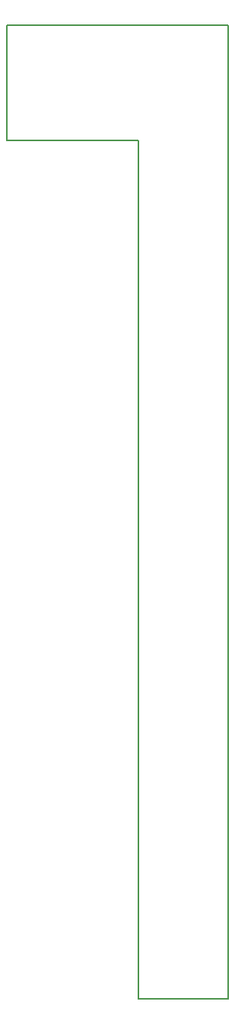
<source format=gbr>
G04 #@! TF.FileFunction,Profile,NP*
%FSLAX46Y46*%
G04 Gerber Fmt 4.6, Leading zero omitted, Abs format (unit mm)*
G04 Created by KiCad (PCBNEW 4.0.6) date 2018 April 17, Tuesday 13:37:15*
%MOMM*%
%LPD*%
G01*
G04 APERTURE LIST*
%ADD10C,0.100000*%
%ADD11C,0.200000*%
G04 APERTURE END LIST*
D10*
D11*
X0Y-12800000D02*
X0Y-108000000D01*
X0Y-12800000D02*
X-14700000Y-12800000D01*
X-14700000Y0D02*
X-14700000Y-12800000D01*
X10000000Y-108000000D02*
X0Y-108000000D01*
X10000000Y0D02*
X10000000Y-108000000D01*
X-14700000Y0D02*
X10000000Y0D01*
M02*

</source>
